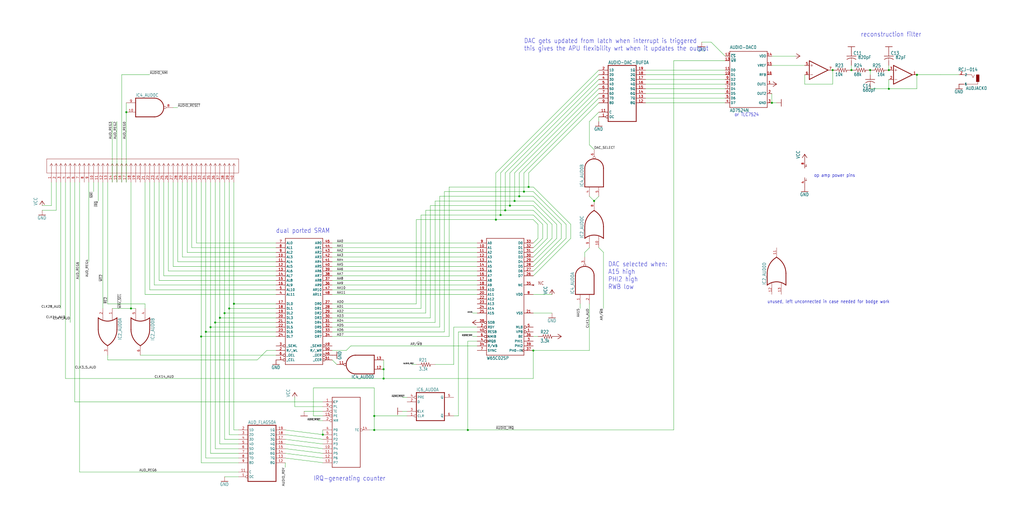
<source format=kicad_sch>
(kicad_sch (version 20250114) (generator "eeschema") (generator_version "9.0")
  (paper "User" 555.981 285.318)
  (lib_symbols
    (symbol "signals-eagle-import:7400N"
      (property "Reference" "IC" (at -0.635 -0.635 0))
      (symbol "7400N_1_0"
        (pin input line (at -12.7 2.54 0) (length 5.08) (name "I0") (number "1"))
        (pin input line (at -12.7 -2.54 0) (length 5.08) (name "I1") (number "2"))
        (pin output inverted (at 12.7 0 180) (length 5.08) (name "O") (number "3"))
      )
      (symbol "7400N_2_0"
        (pin input line (at -12.7 2.54 0) (length 5.08) (name "I0") (number "4"))
        (pin input line (at -12.7 -2.54 0) (length 5.08) (name "I1") (number "5"))
        (pin output inverted (at 12.7 0 180) (length 5.08) (name "O") (number "6"))
      )
      (symbol "7400N_3_0"
        (pin input line (at -12.7 2.54 0) (length 5.08) (name "I0") (number "9"))
        (pin input line (at -12.7 -2.54 0) (length 5.08) (name "I1") (number "10"))
        (pin output inverted (at 12.7 0 180) (length 5.08) (name "O") (number "8"))
      )
      (symbol "7400N_4_0"
        (pin input line (at -12.7 2.54 0) (length 5.08) (name "I0") (number "12"))
        (pin input line (at -12.7 -2.54 0) (length 5.08) (name "I1") (number "13"))
        (pin output inverted (at 12.7 0 180) (length 5.08) (name "O") (number "11"))
      )
      (symbol "7400N_5_0"
        (text "VCC" (at 1.905 5.08 900) (effects (font (size 1.27 1.0795)) (justify left bottom)))
        (text "GND" (at 1.905 -7.62 900) (effects (font (size 1.27 1.0795)) (justify left bottom)))
        (pin power_in line (at 0 10.16 270) (length 7.62) (name "VCC") (number "14"))
        (pin power_in line (at 0 -10.16 90) (length 7.62) (name "GND") (number "7"))
      )
    )
    (symbol "signals-eagle-import:7432N"
      (property "Reference" "IC" (at -0.635 -0.635 0))
      (symbol "7432N_1_0"
        (pin input line (at -12.7 2.54 0) (length 5.08) (name "I0") (number "1"))
        (pin input line (at -12.7 -2.54 0) (length 5.08) (name "I1") (number "2"))
        (pin output line (at 12.7 0 180) (length 5.08) (name "O") (number "3"))
      )
      (symbol "7432N_2_0"
        (pin input line (at -12.7 2.54 0) (length 5.08) (name "I0") (number "4"))
        (pin input line (at -12.7 -2.54 0) (length 5.08) (name "I1") (number "5"))
        (pin output line (at 12.7 0 180) (length 5.08) (name "O") (number "6"))
      )
      (symbol "7432N_3_0"
        (pin input line (at -12.7 2.54 0) (length 5.08) (name "I0") (number "9"))
        (pin input line (at -12.7 -2.54 0) (length 5.08) (name "I1") (number "10"))
        (pin output line (at 12.7 0 180) (length 5.08) (name "O") (number "8"))
      )
      (symbol "7432N_4_0"
        (pin input line (at -12.7 2.54 0) (length 5.08) (name "I0") (number "12"))
        (pin input line (at -12.7 -2.54 0) (length 5.08) (name "I1") (number "13"))
        (pin output line (at 12.7 0 180) (length 5.08) (name "O") (number "11"))
      )
      (symbol "7432N_5_0"
        (text "VCC" (at 1.905 5.08 900) (effects (font (size 1.27 1.0795)) (justify left bottom)))
        (text "GND" (at 1.905 -7.62 900) (effects (font (size 1.27 1.0795)) (justify left bottom)))
        (pin power_in line (at 0 10.16 270) (length 7.62) (name "VCC") (number "14"))
        (pin power_in line (at 0 -10.16 90) (length 7.62) (name "GND") (number "7"))
      )
    )
    (symbol "signals-eagle-import:74573N"
      (property "Reference" "IC" (at -0.635 -0.635 0))
      (symbol "74573N_1_0"
        (pin input line (at -12.7 12.7 0) (length 5.08) (name "1D") (number "2"))
        (pin input line (at -12.7 10.16 0) (length 5.08) (name "2D") (number "3"))
        (pin input line (at -12.7 7.62 0) (length 5.08) (name "3D") (number "4"))
        (pin input line (at -12.7 5.08 0) (length 5.08) (name "4D") (number "5"))
        (pin input line (at -12.7 2.54 0) (length 5.08) (name "5D") (number "6"))
        (pin input line (at -12.7 0 0) (length 5.08) (name "6D") (number "7"))
        (pin input line (at -12.7 -2.54 0) (length 5.08) (name "7D") (number "8"))
        (pin input line (at -12.7 -5.08 0) (length 5.08) (name "8D") (number "9"))
        (pin input line (at -12.7 -10.16 0) (length 5.08) (name "C") (number "11"))
        (pin input inverted (at -12.7 -12.7 0) (length 5.08) (name "OC") (number "1"))
        (pin tri_state line (at 12.7 12.7 180) (length 5.08) (name "1Q") (number "19"))
        (pin tri_state line (at 12.7 10.16 180) (length 5.08) (name "2Q") (number "18"))
        (pin tri_state line (at 12.7 7.62 180) (length 5.08) (name "3Q") (number "17"))
        (pin tri_state line (at 12.7 5.08 180) (length 5.08) (name "4Q") (number "16"))
        (pin tri_state line (at 12.7 2.54 180) (length 5.08) (name "5Q") (number "15"))
        (pin tri_state line (at 12.7 0 180) (length 5.08) (name "6Q") (number "14"))
        (pin tri_state line (at 12.7 -2.54 180) (length 5.08) (name "7Q") (number "13"))
        (pin tri_state line (at 12.7 -5.08 180) (length 5.08) (name "8Q") (number "12"))
      )
      (symbol "74573N_2_0"
        (text "VCC" (at 1.905 5.08 900) (effects (font (size 1.27 1.0795)) (justify left bottom)))
        (text "GND" (at 1.905 -7.62 900) (effects (font (size 1.27 1.0795)) (justify left bottom)))
        (pin power_in line (at 0 10.16 270) (length 7.62) (name "VCC") (number "20"))
        (pin power_in line (at 0 -10.16 90) (length 7.62) (name "GND") (number "10"))
      )
    )
    (symbol "signals-eagle-import:7474N"
      (property "Reference" "IC" (at -0.635 -0.635 0))
      (symbol "7474N_1_0"
        (pin input inverted (at -12.7 5.08 0) (length 5.08) (name "PRE") (number "4"))
        (pin input line (at -12.7 2.54 0) (length 5.08) (name "D") (number "2"))
        (pin input clock (at -12.7 -2.54 0) (length 5.08) (name "CLK") (number "3"))
        (pin input inverted (at -12.7 -5.08 0) (length 5.08) (name "CLR") (number "1"))
        (pin output line (at 12.7 5.08 180) (length 5.08) (name "Q") (number "5"))
        (pin output line (at 12.7 -5.08 180) (length 5.08) (name "~{Q}") (number "6"))
      )
      (symbol "7474N_2_0"
        (pin input inverted (at -12.7 5.08 0) (length 5.08) (name "PRE") (number "10"))
        (pin input line (at -12.7 2.54 0) (length 5.08) (name "D") (number "12"))
        (pin input clock (at -12.7 -2.54 0) (length 5.08) (name "CLK") (number "11"))
        (pin input inverted (at -12.7 -5.08 0) (length 5.08) (name "CLR") (number "13"))
        (pin output line (at 12.7 5.08 180) (length 5.08) (name "Q") (number "9"))
        (pin output line (at 12.7 -5.08 180) (length 5.08) (name "~{Q}") (number "8"))
      )
      (symbol "7474N_3_0"
        (text "VCC" (at 1.905 5.08 900) (effects (font (size 1.27 1.0795)) (justify left bottom)))
        (text "GND" (at 1.905 -7.62 900) (effects (font (size 1.27 1.0795)) (justify left bottom)))
        (pin power_in line (at 0 10.16 270) (length 7.62) (name "VCC") (number "14"))
        (pin power_in line (at 0 -10.16 90) (length 7.62) (name "GND") (number "7"))
      )
    )
    (symbol "signals-eagle-import:AD7524N"
      (property "Reference" "IC" (at -10.16 16.51 0))
      (symbol "AD7524N_1_0"
        (pin input line (at -12.7 12.7 0) (length 2.54) (name "~{CS}") (number "12"))
        (pin input line (at -12.7 10.16 0) (length 2.54) (name "~{WR}") (number "13"))
        (pin input line (at -12.7 5.08 0) (length 2.54) (name "D0") (number "11"))
        (pin input line (at -12.7 2.54 0) (length 2.54) (name "D1") (number "10"))
        (pin input line (at -12.7 0 0) (length 2.54) (name "D2") (number "9"))
        (pin input line (at -12.7 -2.54 0) (length 2.54) (name "D3") (number "8"))
        (pin input line (at -12.7 -5.08 0) (length 2.54) (name "D4") (number "7"))
        (pin input line (at -12.7 -7.62 0) (length 2.54) (name "D5") (number "6"))
        (pin input line (at -12.7 -10.16 0) (length 2.54) (name "D6") (number "5"))
        (pin input line (at -12.7 -12.7 0) (length 2.54) (name "D7") (number "4"))
        (pin power_in line (at 12.7 12.7 180) (length 2.54) (name "VDD") (number "14"))
        (pin input line (at 12.7 7.62 180) (length 2.54) (name "VREF") (number "15"))
        (pin passive line (at 12.7 2.54 180) (length 2.54) (name "RFB") (number "16"))
        (pin passive line (at 12.7 -2.54 180) (length 2.54) (name "OUT1") (number "1"))
        (pin passive line (at 12.7 -7.62 180) (length 2.54) (name "OUT2") (number "2"))
        (pin power_in line (at 12.7 -12.7 180) (length 2.54) (name "GND") (number "3"))
      )
    )
    (symbol "signals-eagle-import:C-US050-024X044"
      (property "Reference" "C" (at 1.016 0.635 0))
      (symbol "C-US050-024X044_1_0"
        (pin passive line (at 0 2.54 270) (length 2.54) (name "1") (number "1"))
        (pin passive line (at 0 -5.08 90) (length 2.54) (name "2") (number "2"))
      )
    )
    (symbol "signals-eagle-import:CD40103"
      (symbol "CD40103_1_0"
        (pin input clock (at -12.7 15.24 0) (length 5.08) (name "CP") (number "1"))
        (pin input inverted (at -12.7 12.7 0) (length 5.08) (name "PL") (number "9"))
        (pin input inverted (at -12.7 10.16 0) (length 5.08) (name "TE") (number "3"))
        (pin input inverted (at -12.7 7.62 0) (length 5.08) (name "PE") (number "15"))
        (pin input inverted (at -12.7 5.08 0) (length 5.08) (name "MR") (number "2"))
        (pin input line (at -12.7 0 0) (length 5.08) (name "P0") (number "4"))
        (pin input line (at -12.7 -2.54 0) (length 5.08) (name "P1") (number "5"))
        (pin input line (at -12.7 -5.08 0) (length 5.08) (name "P2") (number "6"))
        (pin input line (at -12.7 -7.62 0) (length 5.08) (name "P3") (number "7"))
        (pin input line (at -12.7 -10.16 0) (length 5.08) (name "P4") (number "10"))
        (pin input line (at -12.7 -12.7 0) (length 5.08) (name "P5") (number "11"))
        (pin input line (at -12.7 -15.24 0) (length 5.08) (name "P6") (number "12"))
        (pin input line (at -12.7 -17.78 0) (length 5.08) (name "P7") (number "13"))
        (pin output inverted (at 12.7 0 180) (length 5.08) (name "TC") (number "14"))
      )
      (symbol "CD40103_2_0"
        (pin power_in line (at 0 12.7 270) (length 5.08) (name "VCC") (number "16"))
        (pin power_in line (at 0 -10.16 90) (length 5.08) (name "GND") (number "8"))
      )
    )
    (symbol "signals-eagle-import:GND" (power)
      (property "Value" "GND" (at -2.54 -2.54 0))
      (symbol "GND_1_0"
        (pin power_in line (at 0 2.54 270) (length 2.54) (name "GND") (number "1"))
      )
    )
    (symbol "signals-eagle-import:LM358N"
      (symbol "LM358N_1_0"
        (pin input line (at -7.62 2.54 0) (length 2.54) (name "+IN") (number "3"))
        (pin input line (at -7.62 -2.54 0) (length 2.54) (name "-IN") (number "2"))
        (pin output line (at 7.62 0 180) (length 2.54) (name "OUT") (number "1"))
      )
      (symbol "LM358N_2_0"
        (pin input line (at -7.62 2.54 0) (length 2.54) (name "+IN") (number "5"))
        (pin input line (at -7.62 -2.54 0) (length 2.54) (name "-IN") (number "6"))
        (pin output line (at 7.62 0 180) (length 2.54) (name "OUT") (number "7"))
      )
      (symbol "LM358N_3_0"
        (text "V+" (at 1.27 3.175 900) (effects (font (size 0.8128 0.6908)) (justify left bottom)))
        (text "V-" (at 1.27 -4.445 900) (effects (font (size 0.8128 0.6908)) (justify left bottom)))
        (pin power_in line (at 0 7.62 270) (length 5.08) (name "V+") (number "8"))
        (pin power_in line (at 0 -7.62 90) (length 5.08) (name "V-") (number "4"))
      )
    )
    (symbol "signals-eagle-import:PDPRAM_4KPLCC52S"
      (symbol "PDPRAM_4KPLCC52S_1_0"
        (pin power_in line (at 0 12.7 270) (length 5.08) (name "VCC") (number "52"))
        (pin power_in line (at 0 -10.16 90) (length 5.08) (name "GND") (number "26"))
      )
      (symbol "PDPRAM_4KPLCC52S_2_0"
        (pin bidirectional line (at -15.24 33.02 0) (length 5.08) (name "AL0") (number "7"))
        (pin bidirectional line (at -15.24 30.48 0) (length 5.08) (name "AL1") (number "8"))
        (pin bidirectional line (at -15.24 27.94 0) (length 5.08) (name "AL2") (number "9"))
        (pin bidirectional line (at -15.24 25.4 0) (length 5.08) (name "AL3") (number "10"))
        (pin bidirectional line (at -15.24 22.86 0) (length 5.08) (name "AL4") (number "11"))
        (pin bidirectional line (at -15.24 20.32 0) (length 5.08) (name "AL5") (number "12"))
        (pin bidirectional line (at -15.24 17.78 0) (length 5.08) (name "AL6") (number "13"))
        (pin bidirectional line (at -15.24 15.24 0) (length 5.08) (name "AL7") (number "14"))
        (pin bidirectional line (at -15.24 12.7 0) (length 5.08) (name "AL8") (number "15"))
        (pin bidirectional line (at -15.24 10.16 0) (length 5.08) (name "AL9") (number "16"))
        (pin bidirectional line (at -15.24 7.62 0) (length 5.08) (name "AL10") (number "5"))
        (pin bidirectional line (at -15.24 5.08 0) (length 5.08) (name "AL11") (number "4"))
        (pin bidirectional line (at -15.24 0 0) (length 5.08) (name "DL0") (number "17"))
        (pin bidirectional line (at -15.24 -2.54 0) (length 5.08) (name "DL1") (number "18"))
        (pin bidirectional line (at -15.24 -5.08 0) (length 5.08) (name "DL2") (number "19"))
        (pin bidirectional line (at -15.24 -7.62 0) (length 5.08) (name "DL3") (number "20"))
        (pin bidirectional line (at -15.24 -10.16 0) (length 5.08) (name "DL4") (number "21"))
        (pin bidirectional line (at -15.24 -12.7 0) (length 5.08) (name "DL5") (number "22"))
        (pin bidirectional line (at -15.24 -15.24 0) (length 5.08) (name "DL6") (number "23"))
        (pin bidirectional line (at -15.24 -17.78 0) (length 5.08) (name "DL7") (number "24"))
        (pin bidirectional inverted (at -15.24 -22.86 0) (length 5.08) (name "_SEML") (number "3"))
        (pin bidirectional line (at -15.24 -25.4 0) (length 5.08) (name "R/_WL") (number "2"))
        (pin bidirectional inverted (at -15.24 -27.94 0) (length 5.08) (name "_OEL") (number "6"))
        (pin bidirectional inverted (at -15.24 -30.48 0) (length 5.08) (name "_CEL") (number "1"))
        (pin bidirectional line (at 15.24 33.02 180) (length 5.08) (name "AR0") (number "45"))
        (pin bidirectional line (at 15.24 30.48 180) (length 5.08) (name "AR1") (number "44"))
        (pin bidirectional line (at 15.24 27.94 180) (length 5.08) (name "AR2") (number "43"))
        (pin bidirectional line (at 15.24 25.4 180) (length 5.08) (name "AR3") (number "42"))
        (pin bidirectional line (at 15.24 22.86 180) (length 5.08) (name "AR4") (number "41"))
        (pin bidirectional line (at 15.24 20.32 180) (length 5.08) (name "AR5") (number "40"))
        (pin bidirectional line (at 15.24 17.78 180) (length 5.08) (name "AR6") (number "39"))
        (pin bidirectional line (at 15.24 15.24 180) (length 5.08) (name "AR7") (number "38"))
        (pin bidirectional line (at 15.24 12.7 180) (length 5.08) (name "AR8") (number "37"))
        (pin bidirectional line (at 15.24 10.16 180) (length 5.08) (name "AR9") (number "36"))
        (pin bidirectional line (at 15.24 7.62 180) (length 5.08) (name "AR10") (number "47"))
        (pin bidirectional line (at 15.24 5.08 180) (length 5.08) (name "AR11") (number "48"))
        (pin bidirectional line (at 15.24 0 180) (length 5.08) (name "DR0") (number "27"))
        (pin bidirectional line (at 15.24 -2.54 180) (length 5.08) (name "DR1") (number "28"))
        (pin bidirectional line (at 15.24 -5.08 180) (length 5.08) (name "DR2") (number "29"))
        (pin bidirectional line (at 15.24 -7.62 180) (length 5.08) (name "DR3") (number "30"))
        (pin bidirectional line (at 15.24 -10.16 180) (length 5.08) (name "DR4") (number "31"))
        (pin bidirectional line (at 15.24 -12.7 180) (length 5.08) (name "DR5") (number "32"))
        (pin bidirectional line (at 15.24 -15.24 180) (length 5.08) (name "DR6") (number "33"))
        (pin bidirectional line (at 15.24 -17.78 180) (length 5.08) (name "DR7") (number "34"))
        (pin bidirectional inverted (at 15.24 -22.86 180) (length 5.08) (name "_SEMR") (number "49"))
        (pin bidirectional line (at 15.24 -25.4 180) (length 5.08) (name "R/_WR") (number "50"))
        (pin bidirectional inverted (at 15.24 -27.94 180) (length 5.08) (name "_OER") (number "46"))
        (pin bidirectional inverted (at 15.24 -30.48 180) (length 5.08) (name "_CER") (number "51"))
      )
    )
    (symbol "signals-eagle-import:R-US_0207/10"
      (property "Reference" "R" (at -3.81 1.4986 0))
      (symbol "R-US_0207/10_1_0"
        (pin passive line (at -5.08 0 0) (length 2.54) (name "1") (number "1"))
        (pin passive line (at 5.08 0 180) (length 2.54) (name "2") (number "2"))
      )
    )
    (symbol "signals-eagle-import:RCJ-014"
      (property "Reference" "J" (at -2.5442 3.8163 0))
      (symbol "RCJ-014_1_0"
        (pin passive line (at 7.62 2.54 180) (length 2.54) (name "1") (number "1A"))
        (pin passive line (at 7.62 2.54 180) (length 2.54) (name "1") (number "1B"))
        (pin passive line (at 7.62 2.54 180) (length 2.54) (name "1") (number "1C"))
        (pin passive line (at 7.62 -2.54 180) (length 2.54) (name "2") (number "2"))
      )
    )
    (symbol "signals-eagle-import:TX25-40P-6ST-H1E"
      (symbol "TX25-40P-6ST-H1E_1_0"
        (pin passive line (at 0 0 0) (length 5.08) (name "1") (number "1"))
        (pin passive line (at 0 -2.54 0) (length 5.08) (name "2") (number "2"))
        (pin passive line (at 0 -5.08 0) (length 5.08) (name "3") (number "3"))
        (pin passive line (at 0 -7.62 0) (length 5.08) (name "4") (number "4"))
        (pin passive line (at 0 -10.16 0) (length 5.08) (name "5") (number "5"))
        (pin passive line (at 0 -12.7 0) (length 5.08) (name "6") (number "6"))
        (pin passive line (at 0 -15.24 0) (length 5.08) (name "7") (number "7"))
        (pin passive line (at 0 -17.78 0) (length 5.08) (name "8") (number "8"))
        (pin passive line (at 0 -20.32 0) (length 5.08) (name "9") (number "9"))
        (pin passive line (at 0 -22.86 0) (length 5.08) (name "10") (number "10"))
        (pin passive line (at 0 -25.4 0) (length 5.08) (name "11") (number "11"))
        (pin passive line (at 0 -27.94 0) (length 5.08) (name "12") (number "12"))
        (pin passive line (at 0 -30.48 0) (length 5.08) (name "13") (number "13"))
        (pin passive line (at 0 -33.02 0) (length 5.08) (name "14") (number "14"))
        (pin passive line (at 0 -35.56 0) (length 5.08) (name "15") (number "15"))
        (pin passive line (at 0 -38.1 0) (length 5.08) (name "16") (number "16"))
        (pin passive line (at 0 -40.64 0) (length 5.08) (name "17") (number "17"))
        (pin passive line (at 0 -43.18 0) (length 5.08) (name "18") (number "18"))
        (pin passive line (at 0 -45.72 0) (length 5.08) (name "19") (number "19"))
        (pin passive line (at 0 -48.26 0) (length 5.08) (name "20") (number "20"))
        (pin passive line (at 0 -50.8 0) (length 5.08) (name "21") (number "21"))
        (pin passive line (at 0 -53.34 0) (length 5.08) (name "22") (number "22"))
        (pin passive line (at 0 -55.88 0) (length 5.08) (name "23") (number "23"))
        (pin passive line (at 0 -58.42 0) (length 5.08) (name "24") (number "24"))
        (pin passive line (at 0 -60.96 0) (length 5.08) (name "25") (number "25"))
        (pin passive line (at 0 -63.5 0) (length 5.08) (name "26") (number "26"))
        (pin passive line (at 0 -66.04 0) (length 5.08) (name "27") (number "27"))
        (pin passive line (at 0 -68.58 0) (length 5.08) (name "28") (number "28"))
        (pin passive line (at 0 -71.12 0) (length 5.08) (name "29") (number "29"))
        (pin passive line (at 0 -73.66 0) (length 5.08) (name "30") (number "30"))
        (pin passive line (at 0 -76.2 0) (length 5.08) (name "31") (number "31"))
        (pin passive line (at 0 -78.74 0) (length 5.08) (name "32") (number "32"))
        (pin passive line (at 0 -81.28 0) (length 5.08) (name "33") (number "33"))
        (pin passive line (at 0 -83.82 0) (length 5.08) (name "34") (number "34"))
        (pin passive line (at 0 -86.36 0) (length 5.08) (name "35") (number "35"))
        (pin passive line (at 0 -88.9 0) (length 5.08) (name "36") (number "36"))
        (pin passive line (at 0 -91.44 0) (length 5.08) (name "37") (number "37"))
        (pin passive line (at 0 -93.98 0) (length 5.08) (name "38") (number "38"))
        (pin passive line (at 0 -96.52 0) (length 5.08) (name "39") (number "39"))
        (pin passive line (at 0 -99.06 0) (length 5.08) (name "40") (number "40"))
      )
    )
    (symbol "signals-eagle-import:VCC" (power)
      (property "Value" "VCC" (at -2.54 -2.54 90))
      (symbol "VCC_1_0"
        (pin power_in line (at 0 -2.54 90) (length 2.54) (name "VCC") (number "1"))
      )
    )
    (symbol "signals-eagle-import:W65C02SP"
      (symbol "W65C02SP_1_0"
        (text "NC" (at 17.78 0 0) (effects (font (size 1.778 1.5113)) (justify left bottom)))
        (pin bidirectional line (at -15.24 22.86 0) (length 5.08) (name "A0") (number "9"))
        (pin bidirectional line (at -15.24 20.32 0) (length 5.08) (name "A1") (number "10"))
        (pin bidirectional line (at -15.24 17.78 0) (length 5.08) (name "A2") (number "11"))
        (pin bidirectional line (at -15.24 15.24 0) (length 5.08) (name "A3") (number "12"))
        (pin bidirectional line (at -15.24 12.7 0) (length 5.08) (name "A4") (number "13"))
        (pin bidirectional line (at -15.24 10.16 0) (length 5.08) (name "A5") (number "14"))
        (pin bidirectional line (at -15.24 7.62 0) (length 5.08) (name "A6") (number "15"))
        (pin bidirectional line (at -15.24 5.08 0) (length 5.08) (name "A7") (number "16"))
        (pin bidirectional line (at -15.24 2.54 0) (length 5.08) (name "A8") (number "17"))
        (pin bidirectional line (at -15.24 0 0) (length 5.08) (name "A9") (number "18"))
        (pin bidirectional line (at -15.24 -2.54 0) (length 5.08) (name "A10") (number "19"))
        (pin bidirectional line (at -15.24 -5.08 0) (length 5.08) (name "A11") (number "20"))
        (pin bidirectional line (at -15.24 -7.62 0) (length 5.08) (name "A12") (number "22"))
        (pin bidirectional line (at -15.24 -10.16 0) (length 5.08) (name "A13") (number "23"))
        (pin bidirectional line (at -15.24 -12.7 0) (length 5.08) (name "A14") (number "24"))
        (pin bidirectional line (at -15.24 -15.24 0) (length 5.08) (name "A15") (number "25"))
        (pin input inverted (at -15.24 -20.32 0) (length 5.08) (name "SOB") (number "38"))
        (pin bidirectional inverted (at -15.24 -22.86 0) (length 5.08) (name "RDY") (number "2"))
        (pin input inverted (at -15.24 -25.4 0) (length 5.08) (name "RESB") (number "40"))
        (pin input inverted_clock (at -15.24 -27.94 0) (length 5.08) (name "NMIB") (number "6"))
        (pin input inverted_clock (at -15.24 -30.48 0) (length 5.08) (name "IRQB") (number "4"))
        (pin output line (at -15.24 -33.02 0) (length 5.08) (name "R/WB") (number "34"))
        (pin output line (at -15.24 -35.56 0) (length 5.08) (name "SYNC") (number "7"))
        (pin bidirectional line (at 15.24 22.86 180) (length 5.08) (name "D0") (number "33"))
        (pin bidirectional line (at 15.24 20.32 180) (length 5.08) (name "D1") (number "32"))
        (pin bidirectional line (at 15.24 17.78 180) (length 5.08) (name "D2") (number "31"))
        (pin bidirectional line (at 15.24 15.24 180) (length 5.08) (name "D3") (number "30"))
        (pin bidirectional line (at 15.24 12.7 180) (length 5.08) (name "D4") (number "29"))
        (pin bidirectional line (at 15.24 10.16 180) (length 5.08) (name "D5") (number "28"))
        (pin bidirectional line (at 15.24 7.62 180) (length 5.08) (name "D6") (number "27"))
        (pin bidirectional line (at 15.24 5.08 180) (length 5.08) (name "D7") (number "26"))
        (pin no_connect line (at 15.24 0 180) (length 5.08) (name "NC") (number "35"))
        (pin power_in line (at 15.24 -5.08 180) (length 5.08) (name "VDD") (number "8"))
        (pin power_in line (at 15.24 -15.24 180) (length 5.08) (name "VSS") (number "21"))
        (pin output inverted (at 15.24 -22.86 180) (length 5.08) (name "MLB") (number "5"))
        (pin output inverted (at 15.24 -25.4 180) (length 5.08) (name "VPB") (number "1"))
        (pin input line (at 15.24 -27.94 180) (length 5.08) (name "BE") (number "36"))
        (pin output line (at 15.24 -30.48 180) (length 5.08) (name "PHI1") (number "3"))
        (pin output line (at 15.24 -33.02 180) (length 5.08) (name "PHI2") (number "39"))
        (pin input clock (at 15.24 -35.56 180) (length 5.08) (name "PH0-IN") (number "37"))
      )
    )
  )
  (text "DAC gets updated from latch when interrupt is triggered\nthis gives the APU flexibility wrt when it updates the output" (at 284.48 27.94 0) (effects (font (size 2.54 2.159)) (justify left bottom)))
  (text "DAC selected when:\nA15 high\nPHI2 high\nRWB low" (at 330.2 157.48 0) (effects (font (size 2.54 2.159)) (justify left bottom)))
  (text "or TLC7524" (at 398.78 63.5 0) (effects (font (size 1.778 1.5113)) (justify left bottom)))
  (text "unused, left unconnected in case needed for bodge work" (at 416.56 165.1 0) (effects (font (size 1.778 1.5113)) (justify left bottom)))
  (text "op amp power pins" (at 441.96 96.52 0) (effects (font (size 1.778 1.5113)) (justify left bottom)))
  (text "IRQ-generating counter" (at 170.18 261.62 0) (effects (font (size 2.54 2.159)) (justify left bottom)))
  (text "reconstruction filter" (at 467.36 20.32 0) (effects (font (size 2.54 2.159)) (justify left bottom)))
  (text "dual ported SRAM" (at 149.86 127 0) (effects (font (size 2.54 2.159)) (justify left bottom)))
  (junction (at -91.44 34.29))
  (junction (at 482.6 48.26))
  (junction (at -109.22 54.61))
  (junction (at 276.86 111.76))
  (junction (at 497.84 40.64))
  (junction (at 254 233.68))
  (junction (at -45.72 73.66))
  (junction (at 462.28 38.1))
  (junction (at 269.24 119.38))
  (junction (at 472.44 38.1))
  (junction (at 114.3 177.8))
  (junction (at 203.2 233.68))
  (junction (at 289.56 190.5))
  (junction (at 111.76 180.34))
  (junction (at 127 165.1))
  (junction (at -120.65 34.29))
  (junction (at -120.65 54.61))
  (junction (at 452.12 38.1))
  (junction (at 281.94 106.68))
  (junction (at 287.02 101.6))
  (junction (at 71.12 167.64))
  (junction (at 116.84 175.26))
  (junction (at 284.48 104.14))
  (junction (at 279.4 109.22))
  (junction (at 119.38 172.72))
  (junction (at -45.72 96.52))
  (junction (at 419.1 55.88))
  (junction (at 68.58 60.96))
  (junction (at -91.44 54.61))
  (junction (at 109.22 182.88))
  (junction (at 121.92 170.18))
  (junction (at 124.46 167.64))
  (junction (at -26.67 54.61))
  (junction (at 203.2 226.06))
  (junction (at -109.22 34.29))
  (junction (at 208.28 200.66))
  (junction (at 482.6 38.1))
  (junction (at -27.94 34.29))
  (junction (at 175.26 236.22))
  (junction (at 208.28 205.74))
  (junction (at 274.32 114.3))
  (junction (at 322.58 109.22))
  (junction (at 271.78 116.84))
  (wire (pts (xy 116.84 99.06) (xy 116.84 175.26)) (stroke (width 0.1524)))
  (wire (pts (xy 180.34 149.86) (xy 259.08 149.86)) (stroke (width 0.1524)))
  (wire (pts (xy 30.48 99.06) (xy 30.48 114.3)) (stroke (width 0.1524)))
  (wire (pts (xy 292.1 121.92) (xy 292.1 129.54)) (stroke (width 0.1524)))
  (wire (pts (xy 149.86 154.94) (xy 83.82 154.94)) (stroke (width 0.1524)))
  (wire (pts (xy 233.68 172.72) (xy 233.68 111.76)) (stroke (width 0.1524)))
  (wire (pts (xy 289.56 111.76) (xy 299.72 121.92)) (stroke (width 0.1524)))
  (wire (pts (xy 284.48 104.14) (xy 289.56 104.14)) (stroke (width 0.1524)))
  (wire (pts (xy 58.42 193.04) (xy 58.42 195.58)) (stroke (width 0.1524)))
  (wire (pts (xy 129.54 236.22) (xy 124.46 236.22)) (stroke (width 0.1524)))
  (wire (pts (xy 248.92 180.34) (xy 259.08 180.34)) (stroke (width 0.1524)))
  (wire (pts (xy 68.58 99.06) (xy 68.58 60.96)) (stroke (width 0.1524)))
  (wire (pts (xy 116.84 243.84) (xy 116.84 175.26)) (stroke (width 0.1524)))
  (wire (pts (xy 482.6 35.56) (xy 482.6 38.1)) (stroke (width 0.1524)))
  (wire (pts (xy 144.78 190.5) (xy 149.86 190.5)) (stroke (width 0.1524)))
  (wire (pts (xy 327.66 137.16) (xy 325.12 134.62)) (stroke (width 0.1524)))
  (wire (pts (xy 121.92 170.18) (xy 149.86 170.18)) (stroke (width 0.1524)))
  (wire (pts (xy 320.04 78.74) (xy 320.04 66.04)) (stroke (width 0.1524)))
  (wire (pts (xy 289.56 190.5) (xy 320.04 190.5)) (stroke (width 0.1524)))
  (wire (pts (xy 259.08 170.18) (xy 256.54 170.18)) (stroke (width 0.1524)))
  (wire (pts (xy 101.6 99.06) (xy 101.6 137.16)) (stroke (width 0.1524)))
  (wire (pts (xy 302.26 121.92) (xy 302.26 129.54)) (stroke (width 0.1524)))
  (wire (pts (xy 325.12 48.26) (xy 279.4 93.98)) (stroke (width 0.1524)))
  (wire (pts (xy 93.98 58.42) (xy 96.52 58.42)) (stroke (width 0.1524)))
  (wire (pts (xy 93.98 99.06) (xy 93.98 144.78)) (stroke (width 0.1524)))
  (wire (pts (xy 365.76 233.68) (xy 365.76 33.02)) (stroke (width 0.1524)))
  (wire (pts (xy 27.94 111.76) (xy 22.86 111.76)) (stroke (width 0.1524)))
  (wire (pts (xy 96.52 142.24) (xy 149.86 142.24)) (stroke (width 0.1524)))
  (wire (pts (xy 243.84 101.6) (xy 287.02 101.6)) (stroke (width 0.1524)))
  (wire (pts (xy 139.7 195.58) (xy 144.78 190.5)) (stroke (width 0.1524)))
  (wire (pts (xy 307.34 121.92) (xy 307.34 129.54)) (stroke (width 0.1524)))
  (wire (pts (xy 121.92 99.06) (xy 121.92 170.18)) (stroke (width 0.1524)))
  (wire (pts (xy 78.74 165.1) (xy 78.74 167.64)) (stroke (width 0.1524)))
  (wire (pts (xy 269.24 93.98) (xy 269.24 119.38)) (stroke (width 0.1524)))
  (wire (pts (xy 497.84 40.64) (xy 510.54 40.64)) (stroke (width 0.1524)))
  (wire (pts (xy -109.22 54.61) (xy -91.44 54.61)))
  (wire (pts (xy 127 165.1) (xy 149.86 165.1)) (stroke (width 0.1524)))
  (wire (pts (xy 320.04 190.5) (xy 320.04 165.1)) (stroke (width 0.1524)))
  (wire (pts (xy 208.28 200.66) (xy 208.28 205.74)) (stroke (width 0.1524)))
  (wire (pts (xy 226.06 198.12) (xy 223.52 198.12)) (stroke (width 0.1524)))
  (wire (pts (xy 309.88 129.54) (xy 289.56 149.86)) (stroke (width 0.1524)))
  (wire (pts (xy 175.26 233.68) (xy 175.26 236.22)) (stroke (width 0.1524)))
  (wire (pts (xy 175.26 246.38) (xy 154.94 243.84)) (stroke (width 0.1524)))
  (wire (pts (xy -55.88 96.52) (xy -45.72 96.52)))
  (wire (pts (xy 271.78 93.98) (xy 271.78 116.84)) (stroke (width 0.1524)))
  (wire (pts (xy 307.34 129.54) (xy 289.56 147.32)) (stroke (width 0.1524)))
  (wire (pts (xy 203.2 233.68) (xy 254 233.68)) (stroke (width 0.1524)))
  (wire (pts (xy -120.65 34.29) (xy -109.22 34.29)))
  (wire (pts (xy 299.72 129.54) (xy 289.56 139.7)) (stroke (width 0.1524)))
  (wire (pts (xy 60.96 99.06) (xy 60.96 66.04)) (stroke (width 0.1524)))
  (wire (pts (xy 180.34 160.02) (xy 259.08 160.02)) (stroke (width 0.1524)))
  (wire (pts (xy 436.88 40.64) (xy 436.88 45.72)) (stroke (width 0.1524)))
  (wire (pts (xy 38.1 99.06) (xy 38.1 175.26)) (stroke (width 0.1524)))
  (wire (pts (xy 289.56 119.38) (xy 292.1 121.92)) (stroke (width 0.1524)))
  (wire (pts (xy -91.44 34.29) (xy -27.94 34.29)))
  (wire (pts (xy 93.98 144.78) (xy 149.86 144.78)) (stroke (width 0.1524)))
  (wire (pts (xy 106.68 99.06) (xy 106.68 132.08)) (stroke (width 0.1524)))
  (wire (pts (xy 53.34 99.06) (xy 53.34 109.22)) (stroke (width 0.1524)))
  (wire (pts (xy 127 165.1) (xy 127 233.68)) (stroke (width 0.1524)))
  (wire (pts (xy 81.28 157.48) (xy 149.86 157.48)) (stroke (width 0.1524)))
  (wire (pts (xy 121.92 259.08) (xy 129.54 259.08)) (stroke (width 0.1524)))
  (wire (pts (xy 187.96 190.5) (xy 190.5 187.96)) (stroke (width 0.1524)))
  (wire (pts (xy 419.1 35.56) (xy 436.88 35.56)) (stroke (width 0.1524)))
  (wire (pts (xy -143.51 34.29) (xy -120.65 34.29)))
  (wire (pts (xy 88.9 99.06) (xy 88.9 149.86)) (stroke (width 0.1524)))
  (wire (pts (xy 287.02 101.6) (xy 289.56 101.6)) (stroke (width 0.1524)))
  (wire (pts (xy 322.58 109.22) (xy 320.04 106.68)) (stroke (width 0.1524)))
  (wire (pts (xy 289.56 114.3) (xy 297.18 121.92)) (stroke (width 0.1524)))
  (wire (pts (xy 289.56 109.22) (xy 302.26 121.92)) (stroke (width 0.1524)))
  (wire (pts (xy 259.08 185.42) (xy 254 185.42)) (stroke (width 0.1524)))
  (wire (pts (xy 452.12 45.72) (xy 452.12 38.1)) (stroke (width 0.1524)))
  (wire (pts (xy 27.94 99.06) (xy 27.94 111.76)) (stroke (width 0.1524)))
  (wire (pts (xy -109.22 34.29) (xy -91.44 34.29)))
  (wire (pts (xy 63.5 99.06) (xy 63.5 66.04)) (stroke (width 0.1524)))
  (wire (pts (xy 175.26 228.6) (xy 172.72 228.6)) (stroke (width 0.1524)))
  (wire (pts (xy 129.54 243.84) (xy 116.84 243.84)) (stroke (width 0.1524)))
  (wire (pts (xy 78.74 99.06) (xy 78.74 160.02)) (stroke (width 0.1524)))
  (wire (pts (xy 279.4 93.98) (xy 279.4 109.22)) (stroke (width 0.1524)))
  (wire (pts (xy 254 185.42) (xy 254 233.68)) (stroke (width 0.1524)))
  (wire (pts (xy 325.12 45.72) (xy 276.86 93.98)) (stroke (width 0.1524)))
  (wire (pts (xy 104.14 134.62) (xy 149.86 134.62)) (stroke (width 0.1524)))
  (wire (pts (xy 386.08 22.86) (xy 393.7 30.48)) (stroke (width 0.1524)))
  (wire (pts (xy 175.26 236.22) (xy 154.94 233.68)) (stroke (width 0.1524)))
  (wire (pts (xy 309.88 121.92) (xy 309.88 129.54)) (stroke (width 0.1524)))
  (wire (pts (xy -143.51 54.61) (xy -120.65 54.61)))
  (wire (pts (xy 154.94 236.22) (xy 175.26 238.76)) (stroke (width 0.1524)))
  (wire (pts (xy 91.44 99.06) (xy 91.44 147.32)) (stroke (width 0.1524)))
  (wire (pts (xy -26.67 54.61) (xy -21.59 54.61)))
  (wire (pts (xy 289.56 170.18) (xy 299.72 170.18)) (stroke (width 0.1524)))
  (wire (pts (xy 86.36 152.4) (xy 149.86 152.4)) (stroke (width 0.1524)))
  (wire (pts (xy 175.26 218.44) (xy 40.64 218.44)) (stroke (width 0.1524)))
  (wire (pts (xy 83.82 154.94) (xy 83.82 99.06)) (stroke (width 0.1524)))
  (wire (pts (xy 241.3 104.14) (xy 284.48 104.14)) (stroke (width 0.1524)))
  (wire (pts (xy 220.98 215.9) (xy 218.44 215.9)) (stroke (width 0.1524)))
  (wire (pts (xy 226.06 119.38) (xy 269.24 119.38)) (stroke (width 0.1524)))
  (wire (pts (xy 180.34 182.88) (xy 243.84 182.88)) (stroke (width 0.1524)))
  (wire (pts (xy 287.02 93.98) (xy 287.02 101.6)) (stroke (width 0.1524)))
  (wire (pts (xy 289.56 104.14) (xy 307.34 121.92)) (stroke (width 0.1524)))
  (wire (pts (xy 175.26 251.46) (xy 154.94 248.92)) (stroke (width 0.1524)))
  (wire (pts (xy 302.26 129.54) (xy 289.56 142.24)) (stroke (width 0.1524)))
  (wire (pts (xy 289.56 182.88) (xy 292.1 182.88)) (stroke (width 0.1524)))
  (wire (pts (xy 314.96 165.1) (xy 314.96 167.64)) (stroke (width 0.1524)))
  (wire (pts (xy 129.54 241.3) (xy 119.38 241.3)) (stroke (width 0.1524)))
  (wire (pts (xy 350.52 43.18) (xy 393.7 43.18)) (stroke (width 0.1524)))
  (wire (pts (xy 472.44 48.26) (xy 482.6 48.26)) (stroke (width 0.1524)))
  (wire (pts (xy 124.46 99.06) (xy 124.46 167.64)) (stroke (width 0.1524)))
  (wire (pts (xy 40.64 99.06) (xy 40.64 218.44)) (stroke (width 0.1524)))
  (wire (pts (xy 81.28 99.06) (xy 81.28 157.48)) (stroke (width 0.1524)))
  (wire (pts (xy 180.34 144.78) (xy 259.08 144.78)) (stroke (width 0.1524)))
  (wire (pts (xy 294.64 121.92) (xy 294.64 129.54)) (stroke (width 0.1524)))
  (wire (pts (xy 365.76 33.02) (xy 393.7 33.02)) (stroke (width 0.1524)))
  (wire (pts (xy 317.5 139.7) (xy 317.5 137.16)) (stroke (width 0.1524)))
  (wire (pts (xy 170.18 210.82) (xy 203.2 210.82)) (stroke (width 0.1524)))
  (wire (pts (xy 281.94 93.98) (xy 281.94 106.68)) (stroke (width 0.1524)))
  (wire (pts (xy 106.68 132.08) (xy 149.86 132.08)) (stroke (width 0.1524)))
  (wire (pts (xy 289.56 160.02) (xy 299.72 160.02)) (stroke (width 0.1524)))
  (wire (pts (xy 510.54 40.64) (xy 520.7 40.64)))
  (wire (pts (xy 304.8 129.54) (xy 289.56 144.78)) (stroke (width 0.1524)))
  (wire (pts (xy 119.38 172.72) (xy 149.86 172.72)) (stroke (width 0.1524)))
  (wire (pts (xy 236.22 175.26) (xy 236.22 109.22)) (stroke (width 0.1524)))
  (wire (pts (xy 289.56 106.68) (xy 304.8 121.92)) (stroke (width 0.1524)))
  (wire (pts (xy 322.58 81.28) (xy 320.04 78.74)) (stroke (width 0.1524)))
  (wire (pts (xy 71.12 167.64) (xy 71.12 99.06)) (stroke (width 0.1524)))
  (wire (pts (xy 180.34 190.5) (xy 187.96 190.5)) (stroke (width 0.1524)))
  (wire (pts (xy 259.08 137.16) (xy 180.34 137.16)) (stroke (width 0.1524)))
  (wire (pts (xy 325.12 40.64) (xy 271.78 93.98)) (stroke (width 0.1524)))
  (wire (pts (xy 231.14 170.18) (xy 231.14 114.3)) (stroke (width 0.1524)))
  (wire (pts (xy 238.76 177.8) (xy 238.76 106.68)) (stroke (width 0.1524)))
  (wire (pts (xy 421.64 55.88) (xy 419.1 55.88)) (stroke (width 0.1524)))
  (wire (pts (xy 325.12 43.18) (xy 274.32 93.98)) (stroke (width 0.1524)))
  (wire (pts (xy 497.84 48.26) (xy 497.84 40.64)) (stroke (width 0.1524)))
  (wire (pts (xy 297.18 121.92) (xy 297.18 129.54)) (stroke (width 0.1524)))
  (wire (pts (xy 276.86 93.98) (xy 276.86 111.76)) (stroke (width 0.1524)))
  (wire (pts (xy 208.28 205.74) (xy 289.56 205.74)) (stroke (width 0.1524)))
  (wire (pts (xy 91.44 147.32) (xy 149.86 147.32)) (stroke (width 0.1524)))
  (wire (pts (xy -120.65 54.61) (xy -109.22 54.61)))
  (wire (pts (xy 109.22 251.46) (xy 109.22 182.88)) (stroke (width 0.1524)))
  (wire (pts (xy 320.04 66.04) (xy 325.12 60.96)) (stroke (width 0.1524)))
  (wire (pts (xy 236.22 109.22) (xy 279.4 109.22)) (stroke (width 0.1524)))
  (wire (pts (xy 279.4 109.22) (xy 289.56 109.22)) (stroke (width 0.1524)))
  (wire (pts (xy 317.5 137.16) (xy 320.04 134.62)) (stroke (width 0.1524)))
  (wire (pts (xy 180.34 165.1) (xy 226.06 165.1)) (stroke (width 0.1524)))
  (wire (pts (xy 276.86 111.76) (xy 289.56 111.76)) (stroke (width 0.1524)))
  (wire (pts (xy 127 99.06) (xy 127 165.1)) (stroke (width 0.1524)))
  (wire (pts (xy 472.44 40.64) (xy 472.44 38.1)) (stroke (width 0.1524)))
  (wire (pts (xy 381 22.86) (xy 386.08 22.86)) (stroke (width 0.1524)))
  (wire (pts (xy 109.22 182.88) (xy 149.86 182.88)) (stroke (width 0.1524)))
  (wire (pts (xy 180.34 170.18) (xy 231.14 170.18)) (stroke (width 0.1524)))
  (wire (pts (xy 104.14 99.06) (xy 104.14 134.62)) (stroke (width 0.1524)))
  (wire (pts (xy 111.76 99.06) (xy 111.76 180.34)) (stroke (width 0.1524)))
  (wire (pts (xy 243.84 182.88) (xy 243.84 101.6)) (stroke (width 0.1524)))
  (wire (pts (xy 436.88 45.72) (xy 452.12 45.72)) (stroke (width 0.1524)))
  (wire (pts (xy 129.54 246.38) (xy 114.3 246.38)) (stroke (width 0.1524)))
  (wire (pts (xy 154.94 246.38) (xy 175.26 248.92)) (stroke (width 0.1524)))
  (wire (pts (xy 350.52 48.26) (xy 393.7 48.26)) (stroke (width 0.1524)))
  (wire (pts (xy 325.12 50.8) (xy 281.94 93.98)) (stroke (width 0.1524)))
  (wire (pts (xy 325.12 53.34) (xy 284.48 93.98)) (stroke (width 0.1524)))
  (wire (pts (xy 284.48 93.98) (xy 284.48 104.14)) (stroke (width 0.1524)))
  (wire (pts (xy 203.2 226.06) (xy 203.2 233.68)) (stroke (width 0.1524)))
  (wire (pts (xy 325.12 55.88) (xy 287.02 93.98)) (stroke (width 0.1524)))
  (wire (pts (xy 325.12 63.5) (xy 325.12 66.04)) (stroke (width 0.1524)))
  (wire (pts (xy 111.76 248.92) (xy 111.76 180.34)) (stroke (width 0.1524)))
  (wire (pts (xy 228.6 116.84) (xy 271.78 116.84)) (stroke (width 0.1524)))
  (wire (pts (xy 33.02 99.06) (xy 33.02 167.64)) (stroke (width 0.1524)))
  (wire (pts (xy 127 233.68) (xy 129.54 233.68)) (stroke (width 0.1524)))
  (wire (pts (xy 114.3 99.06) (xy 114.3 177.8)) (stroke (width 0.1524)))
  (wire (pts (xy 66.04 99.06) (xy 66.04 40.64)) (stroke (width 0.1524)))
  (wire (pts (xy 116.84 175.26) (xy 149.86 175.26)) (stroke (width 0.1524)))
  (wire (pts (xy 180.34 177.8) (xy 238.76 177.8)) (stroke (width 0.1524)))
  (wire (pts (xy 274.32 114.3) (xy 289.56 114.3)) (stroke (width 0.1524)))
  (wire (pts (xy 58.42 165.1) (xy 78.74 165.1)) (stroke (width 0.1524)))
  (wire (pts (xy 154.94 251.46) (xy 154.94 254)) (stroke (width 0.1524)))
  (wire (pts (xy 66.04 40.64) (xy 81.28 40.64)) (stroke (width 0.1524)))
  (wire (pts (xy 99.06 99.06) (xy 99.06 139.7)) (stroke (width 0.1524)))
  (wire (pts (xy 129.54 256.54) (xy 43.18 256.54)) (stroke (width 0.1524)))
  (wire (pts (xy 76.2 193.04) (xy 149.86 193.04)) (stroke (width 0.1524)))
  (wire (pts (xy 170.18 226.06) (xy 170.18 210.82)) (stroke (width 0.1524)))
  (wire (pts (xy 78.74 160.02) (xy 149.86 160.02)) (stroke (width 0.1524)))
  (wire (pts (xy 175.26 226.06) (xy 170.18 226.06)) (stroke (width 0.1524)))
  (wire (pts (xy -55.88 73.66) (xy -45.72 73.66)))
  (wire (pts (xy 43.18 256.54) (xy 43.18 99.06)) (stroke (width 0.1524)))
  (wire (pts (xy 175.26 241.3) (xy 154.94 238.76)) (stroke (width 0.1524)))
  (wire (pts (xy 350.52 45.72) (xy 393.7 45.72)) (stroke (width 0.1524)))
  (wire (pts (xy 99.06 139.7) (xy 149.86 139.7)) (stroke (width 0.1524)))
  (wire (pts (xy 48.26 99.06) (xy 48.26 142.24)) (stroke (width 0.1524)))
  (wire (pts (xy 180.34 147.32) (xy 259.08 147.32)) (stroke (width 0.1524)))
  (wire (pts (xy 231.14 114.3) (xy 274.32 114.3)) (stroke (width 0.1524)))
  (wire (pts (xy 294.64 129.54) (xy 289.56 134.62)) (stroke (width 0.1524)))
  (wire (pts (xy 180.34 132.08) (xy 259.08 132.08)) (stroke (width 0.1524)))
  (wire (pts (xy 274.32 93.98) (xy 274.32 114.3)) (stroke (width 0.1524)))
  (wire (pts (xy 228.6 167.64) (xy 228.6 116.84)) (stroke (width 0.1524)))
  (wire (pts (xy 208.28 195.58) (xy 208.28 200.66)) (stroke (width 0.1524)))
  (wire (pts (xy 160.02 215.9) (xy 160.02 220.98)) (stroke (width 0.1524)))
  (wire (pts (xy 350.52 50.8) (xy 393.7 50.8)) (stroke (width 0.1524)))
  (wire (pts (xy 350.52 55.88) (xy 393.7 55.88)) (stroke (width 0.1524)))
  (wire (pts (xy 114.3 246.38) (xy 114.3 177.8)) (stroke (width 0.1524)))
  (wire (pts (xy 71.12 167.64) (xy 73.66 167.64)) (stroke (width 0.1524)))
  (wire (pts (xy 246.38 198.12) (xy 246.38 177.8)) (stroke (width 0.1524)))
  (wire (pts (xy 50.8 99.06) (xy 50.8 104.14)) (stroke (width 0.1524)))
  (wire (pts (xy 88.9 149.86) (xy 149.86 149.86)) (stroke (width 0.1524)))
  (wire (pts (xy 182.88 198.12) (xy 180.34 195.58)) (stroke (width 0.1524)))
  (wire (pts (xy 129.54 248.92) (xy 111.76 248.92)) (stroke (width 0.1524)))
  (wire (pts (xy 124.46 167.64) (xy 149.86 167.64)) (stroke (width 0.1524)))
  (wire (pts (xy 203.2 210.82) (xy 203.2 226.06)) (stroke (width 0.1524)))
  (wire (pts (xy 241.3 180.34) (xy 241.3 104.14)) (stroke (width 0.1524)))
  (wire (pts (xy 58.42 195.58) (xy 139.7 195.58)) (stroke (width 0.1524)))
  (wire (pts (xy 96.52 99.06) (xy 96.52 142.24)) (stroke (width 0.1524)))
  (wire (pts (xy 482.6 43.18) (xy 482.6 48.26)) (stroke (width 0.1524)))
  (wire (pts (xy 254 233.68) (xy 365.76 233.68)) (stroke (width 0.1524)))
  (wire (pts (xy 248.92 226.06) (xy 248.92 180.34)) (stroke (width 0.1524)))
  (wire (pts (xy 462.28 35.56) (xy 462.28 38.1)) (stroke (width 0.1524)))
  (wire (pts (xy 154.94 241.3) (xy 175.26 243.84)) (stroke (width 0.1524)))
  (wire (pts (xy 269.24 119.38) (xy 289.56 119.38)) (stroke (width 0.1524)))
  (wire (pts (xy 200.66 233.68) (xy 203.2 233.68)) (stroke (width 0.1524)))
  (wire (pts (xy 180.34 134.62) (xy 259.08 134.62)) (stroke (width 0.1524)))
  (wire (pts (xy 220.98 226.06) (xy 203.2 226.06)) (stroke (width 0.1524)))
  (wire (pts (xy 180.34 142.24) (xy 259.08 142.24)) (stroke (width 0.1524)))
  (wire (pts (xy 246.38 226.06) (xy 248.92 226.06)) (stroke (width 0.1524)))
  (wire (pts (xy 35.56 99.06) (xy 35.56 205.74)) (stroke (width 0.1524)))
  (wire (pts (xy 119.38 99.06) (xy 119.38 172.72)) (stroke (width 0.1524)))
  (wire (pts (xy 180.34 157.48) (xy 259.08 157.48)) (stroke (width 0.1524)))
  (wire (pts (xy 289.56 116.84) (xy 294.64 121.92)) (stroke (width 0.1524)))
  (wire (pts (xy 180.34 139.7) (xy 259.08 139.7)) (stroke (width 0.1524)))
  (wire (pts (xy 68.58 60.96) (xy 68.58 55.88)) (stroke (width 0.1524)))
  (wire (pts (xy 111.76 180.34) (xy 149.86 180.34)) (stroke (width 0.1524)))
  (wire (pts (xy -27.94 34.29) (xy -21.59 34.29)))
  (wire (pts (xy 55.88 99.06) (xy 55.88 167.64)) (stroke (width 0.1524)))
  (wire (pts (xy 180.34 172.72) (xy 233.68 172.72)) (stroke (width 0.1524)))
  (wire (pts (xy 246.38 177.8) (xy 259.08 177.8)) (stroke (width 0.1524)))
  (wire (pts (xy 322.58 109.22) (xy 325.12 106.68)) (stroke (width 0.1524)))
  (wire (pts (xy 350.52 40.64) (xy 393.7 40.64)) (stroke (width 0.1524)))
  (wire (pts (xy 35.56 205.74) (xy 208.28 205.74)) (stroke (width 0.1524)))
  (wire (pts (xy 190.5 187.96) (xy 259.08 187.96)) (stroke (width 0.1524)))
  (wire (pts (xy 259.08 182.88) (xy 256.54 182.88)) (stroke (width 0.1524)))
  (wire (pts (xy 218.44 223.52) (xy 220.98 223.52)) (stroke (width 0.1524)))
  (wire (pts (xy -91.44 54.61) (xy -26.67 54.61)))
  (wire (pts (xy 121.92 238.76) (xy 121.92 170.18)) (stroke (width 0.1524)))
  (wire (pts (xy 180.34 180.34) (xy 241.3 180.34)) (stroke (width 0.1524)))
  (wire (pts (xy 325.12 38.1) (xy 269.24 93.98)) (stroke (width 0.1524)))
  (wire (pts (xy 119.38 241.3) (xy 119.38 172.72)) (stroke (width 0.1524)))
  (wire (pts (xy 431.8 30.48) (xy 419.1 30.48)) (stroke (width 0.1524)))
  (wire (pts (xy 304.8 121.92) (xy 304.8 129.54)) (stroke (width 0.1524)))
  (wire (pts (xy 281.94 106.68) (xy 289.56 106.68)) (stroke (width 0.1524)))
  (wire (pts (xy 180.34 154.94) (xy 259.08 154.94)) (stroke (width 0.1524)))
  (wire (pts (xy 60.96 167.64) (xy 71.12 167.64)) (stroke (width 0.1524)))
  (wire (pts (xy 124.46 236.22) (xy 124.46 167.64)) (stroke (width 0.1524)))
  (wire (pts (xy 292.1 129.54) (xy 289.56 132.08)) (stroke (width 0.1524)))
  (wire (pts (xy 30.48 114.3) (xy 22.86 114.3)) (stroke (width 0.1524)))
  (wire (pts (xy 86.36 99.06) (xy 86.36 152.4)) (stroke (width 0.1524)))
  (wire (pts (xy 180.34 167.64) (xy 228.6 167.64)) (stroke (width 0.1524)))
  (wire (pts (xy 236.22 198.12) (xy 246.38 198.12)) (stroke (width 0.1524)))
  (wire (pts (xy 160.02 220.98) (xy 175.26 220.98)) (stroke (width 0.1524)))
  (wire (pts (xy 350.52 38.1) (xy 393.7 38.1)) (stroke (width 0.1524)))
  (wire (pts (xy 238.76 106.68) (xy 281.94 106.68)) (stroke (width 0.1524)))
  (wire (pts (xy 327.66 137.16) (xy 327.66 167.64)) (stroke (width 0.1524)))
  (wire (pts (xy 129.54 238.76) (xy 121.92 238.76)) (stroke (width 0.1524)))
  (wire (pts (xy 58.42 99.06) (xy 58.42 165.1)) (stroke (width 0.1524)))
  (wire (pts (xy 109.22 99.06) (xy 109.22 182.88)) (stroke (width 0.1524)))
  (wire (pts (xy 297.18 129.54) (xy 289.56 137.16)) (stroke (width 0.1524)))
  (wire (pts (xy 482.6 48.26) (xy 497.84 48.26)) (stroke (width 0.1524)))
  (wire (pts (xy 226.06 165.1) (xy 226.06 119.38)) (stroke (width 0.1524)))
  (wire (pts (xy 350.52 53.34) (xy 393.7 53.34)) (stroke (width 0.1524)))
  (wire (pts (xy 289.56 205.74) (xy 289.56 190.5)) (stroke (width 0.1524)))
  (wire (pts (xy 419.1 50.8) (xy 419.1 55.88)) (stroke (width 0.1524)))
  (wire (pts (xy 101.6 137.16) (xy 149.86 137.16)) (stroke (width 0.1524)))
  (wire (pts (xy 114.3 177.8) (xy 149.86 177.8)) (stroke (width 0.1524)))
  (wire (pts (xy 289.56 101.6) (xy 309.88 121.92)) (stroke (width 0.1524)))
  (wire (pts (xy 165.1 223.52) (xy 175.26 223.52)) (stroke (width 0.1524)))
  (wire (pts (xy 299.72 121.92) (xy 299.72 129.54)) (stroke (width 0.1524)))
  (wire (pts (xy 271.78 116.84) (xy 289.56 116.84)) (stroke (width 0.1524)))
  (wire (pts (xy 233.68 111.76) (xy 276.86 111.76)) (stroke (width 0.1524)))
  (wire (pts (xy 180.34 175.26) (xy 236.22 175.26)) (stroke (width 0.1524)))
  (wire (pts (xy 180.34 152.4) (xy 259.08 152.4)) (stroke (width 0.1524)))
  (wire (pts (xy 129.54 251.46) (xy 109.22 251.46)) (stroke (width 0.1524)))
  (label "AUD_REG3" (at 60.96 66.04 270) (effects (font (size 1.2446 1.2446))))
  (label "AD2" (at 182.88 170.18 0))
  (label "AUD_REG6" (at 75.565 256.54 0) (effects (font (size 1.2446 1.2446))))
  (label "AUD_REG6" (at 43.18 142.24 270) (effects (font (size 1.2446 1.2446))))
  (label "DAC_SELECT" (at 322.58 81.28 0) (effects (font (size 1.2446 1.2446))))
  (label "CLK14_AUD" (at 83.82 205.74 0) (effects (font (size 1.2446 1.2446))))
  (label "AA5" (at 182.88 144.78 0))
  (label "CLK7_AUD" (at 38.1 173.99 180) (effects (font (size 1.2446 1.2446))))
  (label "AA0" (at 182.88 132.08 0))
  (label "AA9" (at 182.88 154.94 0) (effects (font (size 1.2446 1.2446))))
  (label "AUDIO_RDY" (at 224.79 198.12 180) (effects (font (size 0.7112 0.7112))))
  (label "~{AUDIO_NMI}" (at 256.54 182.88 180) (effects (font (size 0.7112 0.7112))))
  (label "AA1" (at 182.88 134.62 0))
  (label "AA7" (at 182.88 149.86 0))
  (label "CLK14_AUD" (at 320.04 167.64 270) (effects (font (size 1.2446 1.2446))))
  (label "~{IRQ}" (at 53.34 109.22 270) (effects (font (size 1.2446 1.2446))))
  (label "AA4" (at 182.88 142.24 0))
  (label "~{AUDIO_RESET}" (at 173.99 228.6 180) (effects (font (size 0.7112 0.7112))))
  (label "AA8" (at 182.88 152.4 0))
  (label "AD7" (at 182.88 182.88 0))
  (label "AUD_REG2" (at 63.5 66.04 270) (effects (font (size 1.2446 1.2446))))
  (label "AR/~{W}B" (at 229.235 187.96 180) (effects (font (size 1.2446 1.2446))))
  (label "CLK3_5_AUD" (at 40.64 200.66 0) (effects (font (size 1.2446 1.2446))))
  (label "AA2" (at 182.88 137.16 0))
  (label "AR/~{W}B" (at 327.66 167.64 270) (effects (font (size 1.2446 1.2446))))
  (label "AD0" (at 182.88 165.1 0))
  (label "~{AUDIO_NMI}" (at 81.28 40.64 0) (effects (font (size 1.2446 1.2446))))
  (label "~{AUDIO_IRQ}" (at 269.24 233.68 0) (effects (font (size 1.2446 1.2446))))
  (label "AA3" (at 182.88 139.7 0))
  (label "~{WAV_SEL}" (at 66.04 167.64 90) (effects (font (size 1.2446 1.2446))))
  (label "CLK28_AUD" (at 33.02 167.64 180) (effects (font (size 1.2446 1.2446))))
  (label "~{AUDIO_RESET}" (at 96.52 58.42 0) (effects (font (size 1.2446 1.2446))))
  (label "AD4" (at 182.88 175.26 0))
  (label "~{NMI}" (at 50.8 104.14 270) (effects (font (size 1.2446 1.2446))))
  (label "AA15" (at 314.96 167.64 270) (effects (font (size 1.2446 1.2446))))
  (label "AA11" (at 182.88 160.02 0))
  (label "~{RE2}" (at 58.42 165.1 90) (effects (font (size 1.2446 1.2446))))
  (label "AUDIO_RDY" (at 154.94 254 270) (effects (font (size 1.2446 1.2446))))
  (label "AA6" (at 182.88 147.32 0))
  (label "AUD_REG4" (at 48.26 140.97 270) (effects (font (size 1.2446 1.2446))))
  (label "AA15" (at 256.54 170.18 180) (effects (font (size 0.7112 0.7112))))
  (label "AD3" (at 182.88 172.72 0))
  (label "~{AUDIO_RESET}" (at 219.71 215.9 180) (effects (font (size 0.7112 0.7112))))
  (label "AD5" (at 182.88 177.8 0))
  (label "AD1" (at 182.88 167.64 0))
  (label "AUD_REG0" (at 68.58 66.04 270) (effects (font (size 1.2446 1.2446))))
  (label "~{WE2}" (at 55.88 153.035 90) (effects (font (size 1.2446 1.2446))))
  (label "AA10" (at 182.88 157.48 0))
  (label "CLK14_AUD" (at 35.56 173.355 180) (effects (font (size 1.2446 1.2446))))
  (label "AD6" (at 182.88 180.34 0))
  (symbol (lib_id "signals-eagle-import:VCC") (at -27.94 31.75 0) (unit 1)
    (property "Reference" "#P+03" (effects (hide yes)))
    (property "Value" "VCC" (at -27.94 29.21 0) (effects (font (size 1.778 1.5113))))
  )
  (symbol (lib_id "signals-eagle-import:7432N") (at -143.51 44.45 0) (unit 5)
    (property "Reference" "IC2_AUD0" (at -143.51 44.1172 0) (effects (font (size 1.778 1.5113)) (justify right)))
    (property "Value" "7432N" (effects (hide yes)))
    (property "Footprint" "Package_SO:TSSOP-14_4.4x5mm_P0.65mm" (effects (hide yes)))
    (property "MPN" "74AC32MTCX" (effects (hide yes)))
  )
  (symbol (lib_id "signals-eagle-import:7474N") (at -109.22 44.45 0) (unit 3)
    (property "Reference" "IC6_AUD0" (at -106.68 44.1172 0) (effects (font (size 1.778 1.5113)) (justify left)))
    (property "Value" "7474N" (effects (hide yes)))
    (property "Footprint" "Package_SO:TSSOP-14_4.4x5mm_P0.65mm" (effects (hide yes)))
    (property "MPN" "74AHCT74PW,118" (effects (hide yes)))
  )
  (symbol (lib_id "signals-eagle-import:R-US_0207/10") (at 457.2 38.1 0) (unit 1)
    (property "Reference" "R23" (at 453.39 36.6014 0) (effects (font (size 1.778 1.5113)) (justify left bottom)))
    (property "Value" "10k" (at 453.39 41.402 0) (effects (font (size 1.778 1.5113)) (justify left bottom)))
    (property "Footprint" "Resistor_SMD:R_0805_2012Metric" (effects (hide yes)))
    (property "MPN" "RC0805FR-0710KL" (effects (hide yes)))
  )
  (symbol (lib_id "signals-eagle-import:PDPRAM_4KPLCC52S") (at -45.72 86.36 0) (unit 1)
    (property "Reference" "U$2" (effects (hide yes)))
    (property "Value" "PDPRAM_4KPLCC52S" (effects (hide yes)))
    (property "Footprint" "Package_LCC:PLCC-52_SMD-Socket" (effects (hide yes)))
    (property "MPN" "8452-21A1-RK-TP" (effects (hide yes)))
  )
  (symbol (lib_id "signals-eagle-import:GND") (at 424.18 55.88 90) (unit 1)
    (property "Reference" "#GND024" (effects (hide yes)))
    (property "Value" "GND" (effects (hide yes)))
  )
  (symbol (lib_id "signals-eagle-import:7400N") (at 195.58 198.12 180) (unit 4)
    (property "Reference" "IC4_AUD0" (at 203.2 203.835 0) (effects (font (size 1.778 1.5113)) (justify left bottom)))
    (property "Value" "7400N" (effects (hide yes)))
    (property "Footprint" "Package_SO:TSSOP-14_4.4x5mm_P0.65mm" (effects (hide yes)))
    (property "MPN" "SN74HCS00PWR" (effects (hide yes)))
  )
  (symbol (lib_id "signals-eagle-import:TX25-40P-6ST-H1E") (at 27.94 99.06 90) (unit 1)
    (property "Reference" "MOTHERBOARD0" (effects (hide yes)))
    (property "Value" "AUD_TO_MOBO" (effects (hide yes)))
    (property "Footprint" "SamacSys_Parts:F34G1A7Q1E8C40" (effects (hide yes)))
    (property "MPN" "F34G-1A7Q1-E8C40" (effects (hide yes)))
  )
  (symbol (lib_id "signals-eagle-import:VCC") (at 304.8 182.88 270) (unit 1)
    (property "Reference" "#P+012" (effects (hide yes)))
    (property "Value" "VCC" (effects (hide yes)))
  )
  (symbol (lib_id "signals-eagle-import:VCC") (at 160.02 213.36 0) (unit 1)
    (property "Reference" "#P+010" (effects (hide yes)))
    (property "Value" "VCC" (at 157.48 215.9 90) (effects (font (size 1.778 1.5113)) (justify left bottom)))
  )
  (symbol (lib_id "signals-eagle-import:7474N") (at 233.68 220.98 0) (unit 1)
    (property "Reference" "IC6_AUD0" (at 226.06 212.725 0) (effects (font (size 1.778 1.5113)) (justify left bottom)))
    (property "Value" "7474N" (effects (hide yes)))
    (property "Footprint" "Package_SO:TSSOP-14_4.4x5mm_P0.65mm" (effects (hide yes)))
    (property "MPN" "74AHCT74PW,118" (effects (hide yes)))
  )
  (symbol (lib_id "signals-eagle-import:GND") (at 436.88 104.14 0) (unit 1)
    (property "Reference" "#GND023" (effects (hide yes)))
    (property "Value" "GND" (at 434.34 106.68 0) (effects (font (size 1.778 1.5113)) (justify left bottom)))
  )
  (symbol (lib_id "signals-eagle-import:PDPRAM_4KPLCC52S") (at 165.1 165.1 0) (unit 2)
    (property "Reference" "U$2" (effects (hide yes)))
    (property "Value" "PDPRAM_4KPLCC52S" (effects (hide yes)))
    (property "Footprint" "Package_LCC:PLCC-52_SMD-Socket" (effects (hide yes)))
    (property "MPN" "8452-21A1-RK-TP" (effects (hide yes)))
  )
  (symbol (lib_id "signals-eagle-import:VCC") (at 256.54 175.26 90) (unit 1)
    (property "Reference" "#P+011" (effects (hide yes)))
    (property "Value" "VCC" (effects (hide yes)))
  )
  (symbol (lib_id "signals-eagle-import:GND") (at -26.67 57.15 0) (unit 1)
    (property "Reference" "#GND013" (effects (hide yes)))
    (property "Value" "GND" (at -26.67 59.69 0) (effects (font (size 1.778 1.5113))))
  )
  (symbol (lib_id "signals-eagle-import:7400N") (at 317.5 152.4 90) (unit 1)
    (property "Reference" "IC4_AUD0" (at 311.785 160.02 0) (effects (font (size 1.778 1.5113)) (justify left bottom)))
    (property "Value" "7400N" (effects (hide yes)))
    (property "Footprint" "Package_SO:TSSOP-14_4.4x5mm_P0.65mm" (effects (hide yes)))
    (property "MPN" "SN74HCS00PWR" (effects (hide yes)))
  )
  (symbol (lib_id "signals-eagle-import:GND") (at 299.72 172.72 0) (unit 1)
    (property "Reference" "#GND016" (effects (hide yes)))
    (property "Value" "GND" (at 297.18 175.26 0) (effects (font (size 1.778 1.5113)) (justify left bottom)))
  )
  (symbol (lib_id "signals-eagle-import:LM358N") (at 444.5 38.1 0) (unit 2)
    (property "Reference" "IC7_AUD0" (effects (hide yes)))
    (property "Value" "LM358N" (effects (hide yes)))
    (property "Footprint" "Package_SO:TSSOP-8_4.4x3mm_P0.65mm" (effects (hide yes)))
    (property "MPN" "LM358APWR" (effects (hide yes)))
  )
  (symbol (lib_id "signals-eagle-import:CD40103") (at -55.88 86.36 0) (unit 2)
    (property "Reference" "AUD_SAMP_CLK0" (effects (hide yes)))
    (property "Value" "CD40103" (effects (hide yes)))
    (property "Footprint" "Package_SO:TSSOP-16_4.4x5mm_P0.65mm" (effects (hide yes)))
    (property "MPN" "74HC40103PW,118" (effects (hide yes)))
  )
  (symbol (lib_id "signals-eagle-import:RCJ-014") (at 528.32 43.18 180) (unit 1)
    (property "Reference" "AUDJACK0" (at 535.9442 46.9964 0) (effects (font (size 1.7809 1.5137)) (justify left bottom)))
    (property "Value" "RCJ-014" (at 530.863 36.8223 0) (effects (font (size 1.7801 1.513)) (justify left bottom)))
    (property "Footprint" "signals:CUI_RCJ-014" (effects (hide yes)))
    (property "MPN" "RCJ-013" (effects (hide yes)))
  )
  (symbol (lib_id "signals-eagle-import:7400N") (at 322.58 93.98 90) (unit 2)
    (property "Reference" "IC4_AUD0" (at 316.865 101.6 0) (effects (font (size 1.778 1.5113)) (justify left bottom)))
    (property "Value" "7400N" (effects (hide yes)))
    (property "Footprint" "Package_SO:TSSOP-14_4.4x5mm_P0.65mm" (effects (hide yes)))
    (property "MPN" "SN74HCS00PWR" (effects (hide yes)))
  )
  (symbol (lib_id "signals-eagle-import:VCC") (at -45.72 71.12 0) (unit 1)
    (property "Reference" "#P+025" (effects (hide yes)))
    (property "Value" "VCC" (at -45.72 68.58 0) (effects (font (size 1.778 1.5113))))
  )
  (symbol (lib_id "signals-eagle-import:GND") (at 482.6 25.4 180) (unit 1)
    (property "Reference" "#GND026" (effects (hide yes)))
    (property "Value" "GND" (effects (hide yes)))
  )
  (symbol (lib_id "signals-eagle-import:GND") (at 462.28 25.4 180) (unit 1)
    (property "Reference" "#GND025" (effects (hide yes)))
    (property "Value" "GND" (effects (hide yes)))
  )
  (symbol (lib_id "signals-eagle-import:7432N") (at 421.64 147.32 90) (unit 4)
    (property "Reference" "IC2_AUD0" (at 415.925 154.94 0) (effects (font (size 1.778 1.5113)) (justify left bottom)))
    (property "Value" "7432N" (effects (hide yes)))
    (property "Footprint" "Package_SO:TSSOP-14_4.4x5mm_P0.65mm" (effects (hide yes)))
    (property "MPN" "74AC32MTCX" (effects (hide yes)))
  )
  (symbol (lib_id "signals-eagle-import:74573N") (at 142.24 246.38 0) (unit 1)
    (property "Reference" "AUD_FLAGS0" (at 134.62 230.505 0) (effects (font (size 1.778 1.5113)) (justify left bottom)))
    (property "Value" "74573N" (effects (hide yes)))
    (property "Footprint" "Package_SO:TSSOP-20_4.4x6.5mm_P0.65mm" (effects (hide yes)))
    (property "MPN" "SN74AHC573PWR" (effects (hide yes)))
  )
  (symbol (lib_id "signals-eagle-import:GND") (at -45.72 99.06 0) (unit 1)
    (property "Reference" "#GND038" (effects (hide yes)))
    (property "Value" "GND" (at -45.72 101.6 0) (effects (font (size 1.778 1.5113))))
  )
  (symbol (lib_id "signals-eagle-import:7432N") (at 322.58 121.92 90) (unit 3)
    (property "Reference" "IC2_AUD0" (at 316.865 129.54 0) (effects (font (size 1.778 1.5113)) (justify left bottom)))
    (property "Value" "7432N" (effects (hide yes)))
    (property "Footprint" "Package_SO:TSSOP-14_4.4x5mm_P0.65mm" (effects (hide yes)))
    (property "MPN" "74AC32MTCX" (effects (hide yes)))
  )
  (symbol (lib_id "signals-eagle-import:LM358N") (at 490.22 40.64 0) (unit 1)
    (property "Reference" "IC7_AUD0" (effects (hide yes)))
    (property "Value" "LM358N" (effects (hide yes)))
    (property "Footprint" "Package_SO:TSSOP-8_4.4x3mm_P0.65mm" (effects (hide yes)))
    (property "MPN" "LM358APWR" (effects (hide yes)))
  )
  (symbol (lib_id "signals-eagle-import:C-US050-024X044") (at 462.28 30.48 0) (unit 1)
    (property "Reference" "C11" (at 463.296 29.845 0) (effects (font (size 1.778 1.5113)) (justify left bottom)))
    (property "Value" "820pF" (at 465.836 32.131 0) (effects (font (size 1.778 1.5113)) (justify left bottom)))
    (property "Footprint" "Capacitor_SMD:C_0805_2012Metric" (effects (hide yes)))
    (property "MPN" "CC0805KRX7R9BB821" (effects (hide yes)))
  )
  (symbol (lib_id "signals-eagle-import:74573N") (at -120.65 44.45 0) (unit 2)
    (property "Reference" "AUD_FLAGS0" (at -120.65 44.1172 0) (effects (font (size 1.778 1.5113)) (justify right)))
    (property "Value" "74573N" (effects (hide yes)))
    (property "Footprint" "Package_SO:TSSOP-20_4.4x6.5mm_P0.65mm" (effects (hide yes)))
    (property "MPN" "SN74AHC573PWR" (effects (hide yes)))
  )
  (symbol (lib_id "signals-eagle-import:AD7524N") (at 406.4 43.18 0) (unit 1)
    (property "Reference" "AUDIO-DAC0" (at 396.24 26.67 0) (effects (font (size 1.778 1.5113)) (justify left bottom)))
    (property "Value" "AD7524N" (at 396.24 60.96 0) (effects (font (size 1.778 1.5113)) (justify left bottom)))
    (property "Footprint" "Package_SO:SOIC-16_3.9x9.9mm_P1.27mm" (effects (hide yes)))
    (property "MPN" "AD7524JRZ-REEL7" (effects (hide yes)))
  )
  (symbol (lib_id "signals-eagle-import:R-US_0207/10") (at 297.18 182.88 0) (unit 1)
    (property "Reference" "R22" (at 293.37 181.3814 0) (effects (font (size 1.778 1.5113)) (justify left bottom)))
    (property "Value" "3.3k" (at 293.37 186.182 0) (effects (font (size 1.778 1.5113)) (justify left bottom)))
    (property "Footprint" "Resistor_SMD:R_0805_2012Metric" (effects (hide yes)))
    (property "MPN" "RC0805FR-073K3L" (effects (hide yes)))
  )
  (symbol (lib_id "signals-eagle-import:C-US050-024X044") (at 482.6 30.48 0) (unit 1)
    (property "Reference" "C13" (at 483.616 29.845 0) (effects (font (size 1.778 1.5113)) (justify left bottom)))
    (property "Value" "82pF" (at 486.156 32.131 0) (effects (font (size 1.778 1.5113)) (justify left bottom)))
    (property "Footprint" "Capacitor_SMD:C_0805_2012Metric" (effects (hide yes)))
    (property "MPN" "CC0805JRNPO9BN820" (effects (hide yes)))
  )
  (symbol (lib_id "signals-eagle-import:VCC") (at 436.88 83.82 0) (unit 1)
    (property "Reference" "#P+013" (effects (hide yes)))
    (property "Value" "VCC" (at 434.34 86.36 90) (effects (font (size 1.778 1.5113)) (justify left bottom)))
  )
  (symbol (lib_id "signals-eagle-import:GND") (at 381 25.4 0) (unit 1)
    (property "Reference" "#GND017" (effects (hide yes)))
    (property "Value" "GND" (at 378.46 27.94 0) (effects (font (size 1.778 1.5113)) (justify left bottom)))
  )
  (symbol (lib_id "signals-eagle-import:7400N") (at -21.59 44.45 0) (unit 5)
    (property "Reference" "IC4_AUD0" (at -19.05 44.1172 0) (effects (font (size 1.778 1.5113)) (justify left)))
    (property "Value" "7400N" (effects (hide yes)))
    (property "Footprint" "Package_SO:TSSOP-14_4.4x5mm_P0.65mm" (effects (hide yes)))
    (property "MPN" "SN74HCS00PWR" (effects (hide yes)))
  )
  (symbol (lib_id "signals-eagle-import:R-US_0207/10") (at 477.52 38.1 0) (unit 1)
    (property "Reference" "R25" (at 473.71 36.6014 0) (effects (font (size 1.778 1.5113)) (justify left bottom)))
    (property "Value" "16k" (at 476.25 41.402 0) (effects (font (size 1.778 1.5113)) (justify left bottom)))
    (property "Footprint" "Resistor_SMD:R_0805_2012Metric" (effects (hide yes)))
    (property "MPN" "RC0805FR-0716KL" (effects (hide yes)))
  )
  (symbol (lib_id "signals-eagle-import:GND") (at 149.86 198.12 0) (unit 1)
    (property "Reference" "#GND019" (effects (hide yes)))
    (property "Value" "GND" (at 147.32 200.66 0) (effects (font (size 1.778 1.5113)) (justify left bottom)))
  )
  (symbol (lib_id "signals-eagle-import:74573N") (at -91.44 44.45 0) (unit 2)
    (property "Reference" "AUDIO-DAC-BUF0" (at -88.9 44.1172 0) (effects (font (size 1.778 1.5113)) (justify left)))
    (property "Value" "74573N" (effects (hide yes)))
    (property "Footprint" "Package_SO:TSSOP-20_4.4x6.5mm_P0.65mm" (effects (hide yes)))
    (property "MPN" "SN74AHC573PWR" (effects (hide yes)))
  )
  (symbol (lib_id "signals-eagle-import:GND") (at 520.7 48.26 0) (unit 1)
    (property "Reference" "#GND027" (effects (hide yes)))
    (property "Value" "GND" (at 518.16 50.8 0) (effects (font (size 1.778 1.5113)) (justify left bottom)))
  )
  (symbol (lib_id "signals-eagle-import:74573N") (at 337.82 50.8 0) (unit 1)
    (property "Reference" "AUDIO-DAC-BUF0" (at 330.2 34.925 0) (effects (font (size 1.778 1.5113)) (justify left bottom)))
    (property "Value" "74573N" (effects (hide yes)))
    (property "Footprint" "Package_SO:TSSOP-20_4.4x6.5mm_P0.65mm" (effects (hide yes)))
    (property "MPN" "SN74AHC573PWR" (effects (hide yes)))
  )
  (symbol (lib_id "signals-eagle-import:7432N") (at 76.2 180.34 270) (unit 2)
    (property "Reference" "IC2_AUD0" (at 81.915 172.72 0) (effects (font (size 1.778 1.5113)) (justify left bottom)))
    (property "Value" "7432N" (effects (hide yes)))
    (property "Footprint" "Package_SO:TSSOP-14_4.4x5mm_P0.65mm" (effects (hide yes)))
    (property "MPN" "74AC32MTCX" (effects (hide yes)))
  )
  (symbol (lib_id "signals-eagle-import:C-US050-024X044") (at 472.44 43.18 0) (unit 1)
    (property "Reference" "C14" (at 468.376 47.625 0) (effects (font (size 1.778 1.5113)) (justify left bottom)))
    (property "Value" "680pF" (at 468.376 49.911 0) (effects (font (size 1.778 1.5113)) (justify left bottom)))
    (property "Footprint" "Capacitor_SMD:C_0805_2012Metric" (effects (hide yes)))
    (property "MPN" "CC0805KRX7R9BB681" (effects (hide yes)))
  )
  (symbol (lib_id "signals-eagle-import:CD40103") (at 187.96 233.68 0) (unit 1)
    (property "Reference" "AUD_SAMP_CLK0" (effects (hide yes)))
    (property "Value" "CD40103" (effects (hide yes)))
    (property "Footprint" "Package_SO:TSSOP-16_4.4x5mm_P0.65mm" (effects (hide yes)))
    (property "MPN" "74HC40103PW,118" (effects (hide yes)))
  )
  (symbol (lib_id "signals-eagle-import:GND") (at 22.86 116.84 0) (unit 1)
    (property "Reference" "#GND014" (effects (hide yes)))
    (property "Value" "GND" (at 20.32 119.38 0) (effects (font (size 1.778 1.5113)) (justify left bottom)))
  )
  (symbol (lib_id "signals-eagle-import:LM358N") (at 436.88 93.98 0) (unit 3)
    (property "Reference" "IC7_AUD0" (effects (hide yes)))
    (property "Value" "LM358N" (effects (hide yes)))
    (property "Footprint" "Package_SO:TSSOP-8_4.4x3mm_P0.65mm" (effects (hide yes)))
    (property "MPN" "LM358APWR" (effects (hide yes)))
  )
  (symbol (lib_id "signals-eagle-import:GND") (at 182.88 193.04 90) (unit 1)
    (property "Reference" "#GND034" (effects (hide yes)))
    (property "Value" "GND" (at 185.42 195.58 0) (effects (font (size 1.778 1.5113)) (justify left bottom)))
  )
  (symbol (lib_id "signals-eagle-import:GND") (at 325.12 68.58 0) (unit 1)
    (property "Reference" "#GND018" (effects (hide yes)))
    (property "Value" "GND" (at 322.58 71.12 0) (effects (font (size 1.778 1.5113)) (justify left bottom)))
  )
  (symbol (lib_id "signals-eagle-import:7432N") (at 58.42 180.34 270) (unit 1)
    (property "Reference" "IC2_AUD0" (at 64.135 172.72 0) (effects (font (size 1.778 1.5113)) (justify left bottom)))
    (property "Value" "7432N" (effects (hide yes)))
    (property "Footprint" "Package_SO:TSSOP-14_4.4x5mm_P0.65mm" (effects (hide yes)))
    (property "MPN" "74AC32MTCX" (effects (hide yes)))
  )
  (symbol (lib_id "signals-eagle-import:GND") (at 215.9 223.52 270) (unit 1)
    (property "Reference" "#GND022" (effects (hide yes)))
    (property "Value" "GND" (effects (hide yes)))
  )
  (symbol (lib_id "signals-eagle-import:VCC") (at 421.64 45.72 270) (unit 1)
    (property "Reference" "#P+023" (effects (hide yes)))
    (property "Value" "VCC" (effects (hide yes)))
  )
  (symbol (lib_id "signals-eagle-import:VCC") (at 22.86 109.22 0) (unit 1)
    (property "Reference" "#P+08" (effects (hide yes)))
    (property "Value" "VCC" (at 20.32 111.76 90) (effects (font (size 1.778 1.5113)) (justify left bottom)))
  )
  (symbol (lib_id "signals-eagle-import:VCC") (at 299.72 157.48 0) (unit 1)
    (property "Reference" "#P+09" (effects (hide yes)))
    (property "Value" "VCC" (at 297.18 160.02 90) (effects (font (size 1.778 1.5113)) (justify left bottom)))
  )
  (symbol (lib_id "signals-eagle-import:VCC") (at 434.34 30.48 270) (unit 1)
    (property "Reference" "#P+022" (effects (hide yes)))
    (property "Value" "VCC" (effects (hide yes)))
  )
  (symbol (lib_id "signals-eagle-import:GND") (at 121.92 261.62 0) (unit 1)
    (property "Reference" "#GND021" (effects (hide yes)))
    (property "Value" "GND" (at 119.38 264.16 0) (effects (font (size 1.778 1.5113)) (justify left bottom)))
  )
  (symbol (lib_id "signals-eagle-import:W65C02SP") (at 274.32 154.94 0) (unit 1)
    (property "Reference" "U1" (effects (hide yes)))
    (property "Value" "W65C02SP" (at 264.16 195.58 0) (effects (font (size 1.778 1.5113)) (justify left bottom)))
    (property "Footprint" "LogicBoard_smt:6502_QFP" (effects (hide yes)))
    (property "MPN" "W65C02S6TQG-14" (effects (hide yes)))
  )
  (symbol (lib_id "signals-eagle-import:R-US_0207/10") (at 467.36 38.1 0) (unit 1)
    (property "Reference" "R24" (at 463.55 36.6014 0) (effects (font (size 1.778 1.5113)) (justify left bottom)))
    (property "Value" "68k" (at 463.55 41.402 0) (effects (font (size 1.778 1.5113)) (justify left bottom)))
    (property "Footprint" "Resistor_SMD:R_0805_2012Metric" (effects (hide yes)))
    (property "MPN" "RC0805FR-0768KL" (effects (hide yes)))
  )
  (symbol (lib_id "signals-eagle-import:7400N") (at 81.28 58.42 0) (unit 3)
    (property "Reference" "IC4_AUD0" (at 73.66 52.705 0) (effects (font (size 1.778 1.5113)) (justify left bottom)))
    (property "Value" "7400N" (effects (hide yes)))
    (property "Footprint" "Package_SO:TSSOP-14_4.4x5mm_P0.65mm" (effects (hide yes)))
    (property "MPN" "SN74HCS00PWR" (effects (hide yes)))
  )
  (symbol (lib_id "signals-eagle-import:R-US_0207/10") (at 231.14 198.12 0) (unit 1)
    (property "Reference" "R21" (at 227.33 196.6214 0) (effects (font (size 1.778 1.5113)) (justify left bottom)))
    (property "Value" "3.3k" (at 227.33 201.422 0) (effects (font (size 1.778 1.5113)) (justify left bottom)))
    (property "Footprint" "Resistor_SMD:R_0805_2012Metric" (effects (hide yes)))
    (property "MPN" "RC0805FR-073K3L" (effects (hide yes)))
  )
  (symbol (lib_id "signals-eagle-import:GND") (at 165.1 226.06 0) (unit 1)
    (property "Reference" "#GND020" (effects (hide yes)))
    (property "Value" "GND" (effects (hide yes)))
  )
)
</source>
